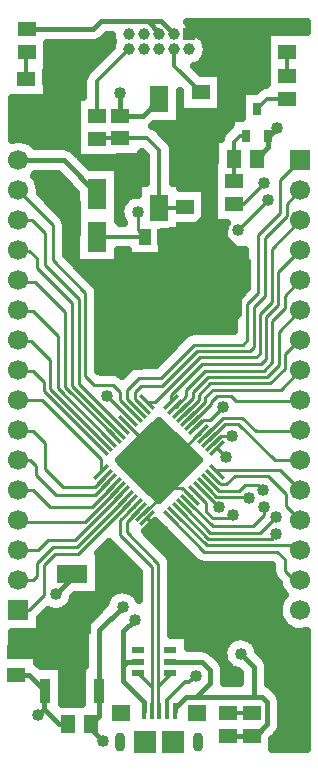
<source format=gbr>
%TF.GenerationSoftware,Novarm,DipTrace Beta,2.9.0.1*%
%TF.CreationDate,2015-11-14T18:18:53-04:00*%
%FSLAX35Y35*%
%MOMM*%
%TF.FileFunction,Copper,L1,Top*%
%TF.Part,Single*%
%AMOUTLINE0*
4,1,4,
0.45963,0.67177,
0.67177,0.45963,
-0.45963,-0.67177,
-0.67177,-0.45963,
0.45963,0.67177,
0*%
%AMOUTLINE3*
4,1,4,
-0.67177,0.45963,
-0.45963,0.67177,
0.67177,-0.45963,
0.45963,-0.67177,
-0.67177,0.45963,
0*%
%TA.AperFunction,Conductor,NotC*%
%ADD14C,0.4064*%
%ADD15C,0.3556*%
%ADD16C,0.254*%
%ADD17C,0.4*%
%TA.AperFunction,CopperBalancing*%
%ADD18C,0.635*%
%TA.AperFunction,SMDPad,CuDef*%
%ADD20R,2.6X1.6*%
%ADD21R,1.5X1.3*%
%ADD22R,1.6X2.6*%
%ADD23R,1.3X1.5*%
%TA.AperFunction,ComponentPad*%
%ADD25R,1.7X1.7*%
%ADD26C,1.7*%
%ADD27R,1.0X1.0*%
%ADD28C,1.0*%
%TA.AperFunction,SMDPad,CuDef*%
%ADD29R,1.9X1.9*%
%TA.AperFunction,ComponentPad*%
%ADD30O,0.9X1.6*%
%TA.AperFunction,SMDPad,CuDef*%
%ADD31R,1.6X1.4*%
%ADD32R,0.4X1.35*%
%ADD33R,1.0X1.35*%
%ADD36R,0.65X1.05*%
%ADD37R,1.6X2.2*%
%ADD38R,1.1X0.6*%
%ADD39R,0.95X2.15*%
%ADD40R,3.25X2.15*%
%TA.AperFunction,ViaPad*%
%ADD43C,1.016*%
%TA.AperFunction,SMDPad,CuDef*%
%ADD96OUTLINE0*%
%ADD99OUTLINE3*%
G75*
G01*
%LPD*%
X1609701Y1589927D2*
D14*
Y2169927D1*
X1137544Y1916554D2*
X1356327D1*
X1609701Y2169927D1*
X1968861Y2581341D2*
Y2529087D1*
X1609701Y2169927D1*
X2600201Y7146801D2*
X2852581D1*
X3238464D1*
X3279317Y7187654D1*
X3427434D1*
X3430781Y7191001D1*
X2565031Y5496454D2*
D15*
X2439761D1*
X2376114Y5432807D1*
X2699171Y6465761D2*
D14*
Y5835241D1*
X2749431Y5784981D1*
Y5634384D1*
X2634034Y5518987D1*
X2587564D1*
X2565031Y5496454D1*
X1907177Y4085087D2*
D16*
X2102247Y3890017D1*
X2565031Y5496454D2*
D14*
X2835201D1*
X3101721Y5229934D1*
Y5000417D1*
X3019141Y4917837D1*
Y4781264D1*
X2930207Y4692331D1*
X2558597D1*
X2193337Y4327071D1*
X2044091D1*
X2699171Y6465761D2*
X2984567D1*
X3052391Y6533584D1*
Y6946991D1*
X2852581Y7146801D1*
X1219951Y6582641D2*
Y6422444D1*
X1347617Y6294777D1*
X2376137Y2943007D2*
D16*
X2349221D1*
X2243667Y3048561D1*
X2848797Y3142234D2*
X2696217Y3294814D1*
Y3296047D1*
X1968861Y2581341D2*
D14*
Y2722791D1*
X1893584Y2798067D1*
X2208314Y3083917D2*
D16*
X2434014Y3309617D1*
Y3312504D1*
X2501914Y3380404D1*
Y3419641D1*
X2351594Y3569961D1*
X2066891Y3854664D1*
X2696217Y3783954D2*
Y3783161D1*
X2483017Y3569961D1*
X2351594D1*
X2625507Y3225337D2*
Y3226701D1*
X2542591Y3309617D1*
X2434014D1*
X2925924Y1208051D2*
D14*
X3128624D1*
X3129124Y1207551D1*
X1577547Y1304701D2*
X1499407D1*
X1371324Y1432784D1*
Y1581551D1*
X1379701Y1589927D1*
X1137544Y1726554D2*
X1243074D1*
X1379701Y1589927D1*
X3271587Y6286671D2*
Y6189477D1*
X3172274Y6090164D1*
X2018541Y6457961D2*
X2205481D1*
X2346201Y6598681D1*
X1226061Y7191001D2*
X1788717D1*
X1855894Y7258177D1*
X2249807D1*
X2361824D1*
X2473201Y7146801D1*
X2346201D2*
Y7161784D1*
X2249807Y7258177D1*
X2476201Y1419901D2*
D17*
Y1445937D1*
D14*
X2569677Y1539414D1*
X2656467D1*
X2775254Y1658201D1*
Y1766511D1*
X2710361Y1831404D1*
X2443134D1*
X2438914Y1835624D1*
X1152401Y6080001D2*
X1538361D1*
X1823214Y5795147D1*
X2351594Y3569961D2*
D16*
X2329421D1*
X1608861Y2581341D2*
D14*
Y2542884D1*
X1472671Y2406694D1*
X1371324Y1432784D2*
X1322344Y1383804D1*
X3129124Y1207551D2*
X3163014D1*
X3261781Y1306317D1*
Y1492687D1*
X3215054Y1539414D1*
X3148067D1*
X2656467D1*
X2018541Y6457961D2*
Y6651694D1*
X3271587Y6286671D2*
X3275837D1*
X3342644Y6353477D1*
X3148067Y1539414D2*
Y1792111D1*
X3037847Y1902331D1*
X2226114Y5432807D2*
D15*
X1825554D1*
X1823214Y5435147D1*
X2886817Y3991834D2*
D16*
X2779491Y3884511D1*
X2726064D1*
X2660861Y3819307D1*
X2166347Y5639847D2*
Y5492574D1*
X2226114Y5432807D1*
X2216201Y1419901D2*
D17*
Y1496097D1*
D14*
X2040777Y1671521D1*
Y1797997D1*
X2076571Y1833791D1*
X2167081D1*
X2168914Y1835624D1*
X2040777Y1797997D2*
Y2093287D1*
X2139714Y2192224D1*
X3081587Y6286671D2*
D15*
X3028177D1*
X2978851Y6237344D1*
Y6093587D1*
X2982274Y6090164D1*
Y5902071D1*
X2983097Y5901247D1*
X3430781Y6603241D2*
X3263157D1*
X3176587Y6516671D1*
X2018541Y6267961D2*
X1825501D1*
X1820421Y6262881D1*
X2018541Y6267961D2*
X2245027D1*
X2346477Y6166511D1*
Y5678957D1*
X2346201Y5678681D1*
X2557257D1*
X2565031Y5686454D1*
X3129124Y1397551D2*
X2926424D1*
X2925924Y1398051D1*
X2411201Y1419901D2*
Y1510064D1*
X2564837Y1663701D1*
X2602567D1*
X2656464Y1717597D1*
X2660861Y3260694D2*
D16*
Y3260391D1*
X2743997Y3177254D1*
Y3105951D1*
X2797754Y3052194D1*
X2951297D1*
X2975154Y3076051D1*
X1219951Y6772641D2*
D15*
Y6994891D1*
X1226061Y7001001D1*
X3430781D2*
Y6793241D1*
X2766927Y3713241D2*
D16*
X2903577Y3849891D1*
X3015487D1*
X3323537Y3541841D1*
X3538161D1*
X3540001Y3540001D1*
X2731574Y3748597D2*
Y3748707D1*
X2884487Y3901621D1*
X3050031D1*
X3166841Y3784811D1*
X3530811D1*
X3540001Y3794001D1*
X2554794Y3925374D2*
X2555267D1*
X2679837Y4049944D1*
Y4093464D1*
X2777494Y4191121D1*
X3282107D1*
X3408811Y4317824D1*
Y4438124D1*
X3521224Y4550537D1*
X3534537D1*
X3540001Y4556001D1*
X2519441Y3960731D2*
X2628377Y4069667D1*
Y4116544D1*
X2758614Y4246781D1*
X3255054D1*
X3357727Y4349454D1*
Y4627727D1*
X3540001Y4810001D1*
X2484084Y3996084D2*
X2485877D1*
X2571267Y4081474D1*
Y4135357D1*
X2735317Y4299407D1*
X3230361D1*
X3304481Y4373527D1*
Y4723411D1*
X3410811Y4829741D1*
Y4934811D1*
X3540001Y5064001D1*
X2448731Y4031441D2*
Y4092414D1*
X2711384Y4355067D1*
X3207491D1*
X3251234Y4398811D1*
Y4754767D1*
X3354407Y4857941D1*
Y5132407D1*
X3540001Y5318001D1*
X2243667Y4031441D2*
X2312947D1*
X2693247Y4411741D1*
X3168357D1*
X3197984Y4441367D1*
Y4778431D1*
X3301681Y4882127D1*
Y5333681D1*
X3540001Y5572001D1*
X2208314Y3996084D2*
X2140244Y4064154D1*
Y4118887D1*
X2190241Y4168884D1*
X2367764D1*
X2666271Y4467391D1*
X3112824D1*
X3145584Y4500151D1*
Y4836654D1*
X3239401Y4930471D1*
Y5421584D1*
X3424857Y5607041D1*
Y5710857D1*
X3540001Y5826001D1*
X2172957Y3960731D2*
X2069914Y4063774D1*
Y4136424D1*
X2172467Y4238977D1*
X2361751D1*
X2643811Y4521037D1*
X3054061D1*
X3089517Y4556494D1*
Y4860244D1*
X3184181Y4954907D1*
Y5451201D1*
X3370977Y5637997D1*
Y5910977D1*
X3540001Y6080001D1*
X2137604Y3925374D2*
X2011717Y4051261D1*
Y4118484D1*
X1951384Y4178817D1*
X1794917D1*
X1719177Y4254557D1*
Y4959291D1*
X1445494Y5232974D1*
Y5532907D1*
X1152401Y5826001D1*
X1960827Y3748597D2*
Y3750711D1*
X1551464Y4160074D1*
Y4799254D1*
X1296877Y5053841D1*
X1162561D1*
X1152401Y5064001D1*
X1925471Y3713241D2*
Y3715407D1*
X1487821Y4153057D1*
Y4593381D1*
X1279194Y4802007D1*
X1160394D1*
X1152401Y4810001D1*
X1890114Y3677887D2*
X1423441Y4144561D1*
Y4393464D1*
X1264527Y4552377D1*
X1156024D1*
X1152401Y4556001D1*
X1854761Y3642531D2*
X1372097Y4125194D1*
Y4203324D1*
X1275937Y4299484D1*
X1154917D1*
X1152401Y4302001D1*
X1854761Y3437471D2*
Y3551954D1*
X1353337Y4053377D1*
X1157777D1*
X1152401Y4048001D1*
X1890114Y3402114D2*
X1889091D1*
X1802387Y3315411D1*
X1530197D1*
X1378617Y3466991D1*
Y3687024D1*
X1274307Y3791334D1*
X1155067D1*
X1152401Y3794001D1*
X1925471Y3366761D2*
X1923821D1*
X1800757Y3243697D1*
X1471521D1*
X1302014Y3413204D1*
Y3493067D1*
X1254747Y3540334D1*
X1152734D1*
X1152401Y3540001D1*
X1960827Y3331404D2*
X1960121D1*
X1777937Y3149221D1*
X1419364D1*
X1280824Y3287761D1*
X1154161D1*
X1152401Y3286001D1*
X1996181Y3296047D2*
Y3294854D1*
X1720891Y3019564D1*
X1164837D1*
X1152401Y3032001D1*
X2031537Y3260694D2*
X1633101Y2862257D1*
X1403067D1*
X1319944Y2779134D1*
X1153534D1*
X1152401Y2778001D1*
X2066891Y3225337D2*
X1648397Y2806844D1*
X1443814D1*
X1311794Y2674824D1*
Y2557474D1*
X1279194Y2524874D1*
X1153274D1*
X1152401Y2524001D1*
X2102247Y3189984D2*
Y3189037D1*
X1660587Y2747377D1*
X1461531D1*
X1371094Y2656941D1*
Y2401054D1*
X1244964Y2274924D1*
X1157324D1*
X1152401Y2270001D1*
X2802284Y3402114D2*
Y3400324D1*
X2865567Y3337041D1*
X2914054D1*
X2984111Y3407097D1*
X3265647D1*
X3417324Y3255421D1*
Y3154677D1*
X3540001Y3032001D1*
X2837637Y3437471D2*
Y3460787D1*
X3365214D1*
X3540001Y3286001D1*
X2625507Y3854664D2*
X2626494D1*
X2786191Y4014361D1*
Y4030871D1*
X2839674Y4084354D1*
X2955991D1*
X3000521Y4039824D1*
X3531824D1*
X3540001Y4048001D1*
X2590151Y3890017D2*
X2735664Y4035531D1*
Y4073667D1*
X2801504Y4139507D1*
X3377507D1*
X3540001Y4302001D1*
X2031537Y3819307D2*
Y3821631D1*
X1665504Y4187664D1*
Y4905647D1*
X1377571Y5193581D1*
Y5467707D1*
X1273047Y5572231D1*
X1152631D1*
X1152401Y5572001D1*
X1996181Y3783954D2*
Y3784301D1*
X1609271Y4171211D1*
Y4875551D1*
X1312067Y5172754D1*
Y5249774D1*
X1248081Y5313761D1*
X1156641D1*
X1152401Y5318001D1*
X2448731Y3048561D2*
X2729624Y2767667D1*
X3346887D1*
X3412984Y2701571D1*
Y2607077D1*
X3489111Y2530951D1*
X3533051D1*
X3540001Y2524001D1*
X2484084Y3083917D2*
X2747701Y2820301D1*
X3497701D1*
X3540001Y2778001D1*
X2473201Y7019801D2*
D15*
Y6881731D1*
X2699171Y6655761D1*
X2731574Y3331404D2*
D16*
X2830884Y3232094D1*
X3121054D1*
X3131514Y3221634D1*
X3107894D1*
X2766927Y3366761D2*
X2767451D1*
X2850731Y3283481D1*
X3025757D1*
X3074084Y3331807D1*
X3184317D1*
X3228461Y3287664D1*
X2281201Y1419901D2*
X2284331D1*
Y1625177D1*
Y2638864D1*
X2016991Y2906204D1*
Y3034014D1*
X2137604Y3154627D1*
X2168914Y1740624D2*
Y1740594D1*
X2284331Y1625177D1*
X2172957Y3119271D2*
X2071711Y3018024D1*
Y2929974D1*
X2339454Y2662231D1*
Y1628444D1*
Y1413154D1*
X2346201Y1419901D1*
X2438914Y1740624D2*
Y1727904D1*
X2339454Y1628444D1*
X2519441Y3119271D2*
X2760664Y2878047D1*
X3300357D1*
X3337721Y2915411D1*
X1839701Y1589927D2*
D14*
Y1376854D1*
X1767547Y1304701D1*
X1839701Y1589927D2*
Y2103157D1*
X2037031Y2300487D1*
X1767547Y1304701D2*
Y1266031D1*
X1870774Y1162804D1*
X2914224Y3566584D2*
D16*
X2913584D1*
X2837637Y3642531D1*
X2966487Y3743247D2*
X2867644D1*
X2802284Y3677887D1*
X1820421Y6452881D2*
D15*
Y6748021D1*
X2092201Y7019801D1*
X2554794Y3154627D2*
D16*
X2780437Y2928984D1*
X3202974D1*
X3334461Y3060471D1*
X3268271Y5744444D2*
X3010971Y5487144D1*
X2590151Y3189984D2*
X2797897Y2982237D1*
X3137247D1*
X3231781Y3076771D1*
Y3148987D1*
X3232591Y5888404D2*
X3055434Y5711247D1*
X2983097D1*
D43*
X1907177Y4085087D3*
X2044091Y4327071D3*
X1347617Y6294777D3*
X2376137Y2943007D3*
X2848797Y3142234D3*
X1893584Y2798067D3*
X2329421Y3569961D3*
X1472671Y2406694D3*
X1322344Y1383804D3*
X2018541Y6651694D3*
X3342644Y6353477D3*
X2018541Y6651694D3*
D3*
X3037847Y1902331D3*
X2886817Y3991834D3*
X2166347Y5639847D3*
X2139714Y2192224D3*
X2656464Y1717597D3*
X2975154Y3076051D3*
X3107894Y3221634D3*
X3228461Y3287664D3*
X3337721Y2915411D3*
D3*
X2037031Y2300487D3*
X1870774Y1162804D3*
X2914224Y3566584D3*
X2966487Y3743247D3*
X3334461Y3060471D3*
X3268271Y5744444D3*
X3010971Y5487144D3*
X3231781Y3148987D3*
X3232591Y5888404D3*
X2297881Y3826084D2*
D18*
X2390354D1*
X2233387Y3762917D2*
X2452861D1*
X2169887Y3699751D2*
X2516361D1*
X2106387Y3636584D2*
X2579861D1*
X2042887Y3573417D2*
X2642367D1*
X2038921Y3510251D2*
X2646337D1*
X2103414Y3447084D2*
X2582837D1*
X2165921Y3383917D2*
X2520331D1*
X2229421Y3320751D2*
X2456831D1*
X2293914Y3257584D2*
X2393331D1*
X2345497Y3203201D2*
X2681597Y3540701D1*
X2344754Y3876124D1*
X2238571Y3774907D1*
X2201321Y3740804D1*
X2183284Y3724554D1*
X2167861Y3704197D1*
X2071377Y3608201D1*
X2004741Y3541167D1*
X2030511Y3512664D1*
X2136044Y3407431D1*
X2238571Y3305094D1*
X2308957Y3237437D1*
X2345874Y3202827D1*
X2620701Y7189044D2*
X3588281D1*
X1897394Y7125877D2*
X1939264D1*
X2709004D2*
X3251927D1*
X1405271Y7062711D2*
X1944227D1*
X2747701D2*
X3251927D1*
X1405271Y6999544D2*
X1902554D1*
X2752661D2*
X3251927D1*
X1405271Y6936377D2*
X1839054D1*
X2728847D2*
X3251927D1*
X1405271Y6873211D2*
X1775554D1*
X2651457D2*
X3251927D1*
X1399317Y6810044D2*
X1717014D1*
X2878667D2*
X3251927D1*
X1399317Y6746877D2*
X1698164D1*
X2878667D2*
X3251927D1*
X1399317Y6683711D2*
X1698164D1*
X2878667D2*
X3173547D1*
X1399317Y6620544D2*
X1698164D1*
X2878667D2*
X3039601D1*
X1104637Y6557377D2*
X1641607D1*
X2878667D2*
X3039601D1*
X1104637Y6494211D2*
X1641607D1*
X2878667D2*
X3039601D1*
X1104637Y6431044D2*
X1641607D1*
X2530411D2*
X2945344D1*
X1104637Y6367877D2*
X1641607D1*
X2309151D2*
X2939391D1*
X1104637Y6304711D2*
X1641607D1*
X2377614D2*
X2878867D1*
X1244534Y6241544D2*
X1641607D1*
X2441114D2*
X2813381D1*
X1609661Y6178377D2*
X1641607D1*
X2467901D2*
X2813381D1*
X2467901Y6115211D2*
X2813381D1*
X1739637Y6052044D2*
X2225014D1*
X2467901D2*
X2804451D1*
X2007527Y5988877D2*
X2225014D1*
X2467901D2*
X2804451D1*
X1312004Y5925711D2*
X1519571D1*
X2007527D2*
X2225014D1*
X2467901D2*
X2804451D1*
X1337801Y5862544D2*
X1582077D1*
X2007527D2*
X2162507D1*
X2530411D2*
X2804451D1*
X1341771Y5799377D2*
X1638631D1*
X2007527D2*
X2162507D1*
X2743731D2*
X2804451D1*
X1405271Y5736211D2*
X1638631D1*
X2007527D2*
X2046421D1*
X2743731D2*
X2804451D1*
X1467777Y5673044D2*
X1638631D1*
X2743731D2*
X2804451D1*
X1531277Y5609877D2*
X1638631D1*
X2743731D2*
X2804451D1*
X1561044Y5546711D2*
X1638631D1*
X2743731D2*
X2909624D1*
X1562034Y5483544D2*
X1638631D1*
X2530411D2*
X2888787D1*
X1562034Y5420377D2*
X1638631D1*
X2380591D2*
X2895734D1*
X1562034Y5357211D2*
X1638631D1*
X2380591D2*
X2939391D1*
X1562034Y5294044D2*
X1638631D1*
X2007527D2*
X2072217D1*
X2380591D2*
X3067381D1*
X2007527Y5230877D2*
X3067381D1*
X1673161Y5167711D2*
X3067381D1*
X1736661Y5104544D2*
X3067381D1*
X1800161Y5041377D2*
X3067381D1*
X1833894Y4978211D2*
X3044561D1*
X1835877Y4915044D2*
X2987014D1*
X1835877Y4851877D2*
X2973124D1*
X1835877Y4788711D2*
X2973124D1*
X1835877Y4725544D2*
X2973124D1*
X1835877Y4662377D2*
X2973124D1*
X1835877Y4599211D2*
X2559381D1*
X1835877Y4536044D2*
X2495881D1*
X1835877Y4472877D2*
X2433374D1*
X1835877Y4409711D2*
X2369874D1*
X1835877Y4346544D2*
X2140677D1*
X1993637Y4283377D2*
X2054357D1*
X2246644Y2956877D2*
X2374834D1*
X2270457Y2893711D2*
X2441311D1*
X2333957Y2830544D2*
X2503821D1*
X1842824Y2767377D2*
X1992844D1*
X2396464D2*
X2567321D1*
X1842824Y2704211D2*
X2056344D1*
X2448057D2*
X2630821D1*
X1842824Y2641044D2*
X2119844D1*
X2455997D2*
X3296577D1*
X1842824Y2577877D2*
X2167467D1*
X2455997D2*
X3300547D1*
X1842824Y2514711D2*
X2167467D1*
X2455997D2*
X3343211D1*
X1842824Y2451544D2*
X2167467D1*
X2455997D2*
X3366031D1*
X1627521Y2388377D2*
X1910491D1*
X2455997D2*
X3394804D1*
X1603707Y2325211D2*
X1883701D1*
X2455997D2*
X3359084D1*
X1394354Y2262044D2*
X1432387D1*
X1513417D2*
X1825164D1*
X2455997D2*
X3351147D1*
X1341771Y2198877D2*
X1761664D1*
X2455997D2*
X3365037D1*
X1341771Y2135711D2*
X1719991D1*
X2455997D2*
X3409687D1*
X1104637Y2072544D2*
X1715031D1*
X2455997D2*
X3588281D1*
X1104637Y2009377D2*
X1715031D1*
X2597877D2*
X2928477D1*
X3147551D2*
X3588281D1*
X1104637Y1946211D2*
X1715031D1*
X2744724D2*
X2889781D1*
X3186247D2*
X3588281D1*
X1316964Y1883044D2*
X1715031D1*
X2832034D2*
X2883827D1*
X3230894D2*
X3588281D1*
X1321927Y1819877D2*
X1715031D1*
X3269591D2*
X3588281D1*
X1531277Y1756711D2*
X1688241D1*
X2899504D2*
X3001897D1*
X3272567D2*
X3588281D1*
X1531277Y1693544D2*
X1688241D1*
X2899504D2*
X3023727D1*
X3272567D2*
X3588281D1*
X1531277Y1630377D2*
X1688241D1*
X3296377D2*
X3588281D1*
X1531277Y1567211D2*
X1688241D1*
X3359877D2*
X3588281D1*
X1531277Y1504044D2*
X1688241D1*
X3385677D2*
X3588281D1*
X3386667Y1440877D2*
X3588281D1*
X3386667Y1377711D2*
X3588281D1*
X3386667Y1314544D2*
X3588281D1*
X3372777Y1251377D2*
X3588281D1*
X3317214Y1188211D2*
X3588281D1*
X3308284Y1125044D2*
X3588281D1*
X1828687Y2759131D2*
X1836651D1*
Y2403551D1*
X1637221D1*
X1620114Y2387104D1*
X1607897Y2345111D1*
X1591764Y2317834D1*
X1570211Y2294601D1*
X1544224Y2276467D1*
X1514981Y2264254D1*
X1483814Y2258524D1*
X1452141Y2259531D1*
X1421401Y2267231D1*
X1402757Y2276444D1*
X1335277Y2208981D1*
X1335191Y2087211D1*
X1098057D1*
X1097791Y1889437D1*
X1310334Y1889344D1*
Y1822867D1*
X1341324Y1795337D1*
X1524991Y1795217D1*
Y1476724D1*
X1695047Y1477491D1*
X1694411Y1702137D1*
Y1795217D1*
X1721201D1*
X1721591Y2103157D1*
X1725831Y2134527D1*
X1742274Y2169924D1*
X1778634Y2209124D1*
X1890187Y2320677D1*
X1894114Y2341154D1*
X1905987Y2370534D1*
X1923821Y2396731D1*
X1946804Y2418547D1*
X1973891Y2434994D1*
X2003847Y2445324D1*
X2035317Y2449067D1*
X2066864Y2446051D1*
X2097051Y2436414D1*
X2124511Y2420597D1*
X2147991Y2399314D1*
X2166424Y2373537D1*
X2173874Y2356261D1*
X2173841Y2592561D1*
X1938271Y2828867D1*
X1922711Y2848851D1*
X1910967Y2841501D1*
X1828884Y2759417D1*
X2001004Y5316664D2*
Y5207357D1*
X1645424D1*
X1646417Y5662937D1*
X1645424Y5806474D1*
X1489234Y5962094D1*
X1291307Y5961891D1*
X1289231Y5947201D1*
X1308121Y5921731D1*
X1322321Y5893377D1*
X1331407Y5862997D1*
X1335191Y5826001D1*
X1333041Y5801321D1*
X1523621Y5611034D1*
X1542561Y5585691D1*
X1552037Y5562167D1*
X1555984Y5532907D1*
Y5277914D1*
X1797304Y5037417D1*
X1816244Y5012074D1*
X1825721Y4988551D1*
X1829667Y4959291D1*
Y4299487D1*
X1858417Y4289307D1*
X1951384D1*
X1982697Y4284777D1*
X2006031Y4274847D1*
X2031617Y4254841D1*
X2094341Y4317107D1*
X2119687Y4336047D1*
X2143204Y4345521D1*
X2172467Y4349467D1*
X2316334D1*
X2565681Y4599164D1*
X2591027Y4618104D1*
X2614547Y4627581D1*
X2643811Y4631527D1*
X2978177D1*
X2979027Y4842244D1*
Y4860247D1*
X2983557Y4891561D1*
X2993487Y4914897D1*
X3011391Y4938377D1*
X3073831Y5000817D1*
X3073691Y5324994D1*
X3053961Y5321287D1*
X3022287Y5322294D1*
X2991547Y5329994D1*
X2963141Y5344037D1*
X2938357Y5363784D1*
X2918324Y5388337D1*
X2903954Y5416584D1*
X2895897Y5447231D1*
X2894527Y5478891D1*
X2899901Y5510124D1*
X2911774Y5539504D1*
X2917904Y5548507D1*
X2810307Y5548457D1*
X2811301Y5874037D1*
X2810307Y6055957D1*
Y6064037D1*
X2819237D1*
X2819484Y6262954D1*
X2866117D1*
X2880917Y6298461D1*
X2897134Y6319067D1*
X2946324Y6368254D1*
X2951297Y6390381D1*
Y6436961D1*
X3045554D1*
X3046297Y6666961D1*
X3164367D1*
X3181437Y6684961D1*
X3206671Y6704067D1*
X3237124Y6715707D1*
X3249797Y6718011D1*
X3257991Y6726201D1*
X3258984Y6766031D1*
X3257991Y6947951D1*
X3258984Y6956031D1*
X3257991Y7060461D1*
Y7163791D1*
X3593917D1*
X3594611Y7252331D1*
X2577617Y7252211D1*
X2604104Y7215404D1*
X2615721Y7185921D1*
X2618724Y7167347D1*
X2663627Y7153287D1*
X2690627Y7136697D1*
X2713467Y7114734D1*
X2731104Y7088404D1*
X2742721Y7058921D1*
X2747991Y7019801D1*
X2744594Y6988294D1*
X2734557Y6958237D1*
X2718344Y6931011D1*
X2696701Y6907864D1*
X2670617Y6889864D1*
X2640324Y6877667D1*
X2700147Y6818224D1*
X2871961Y6818551D1*
Y6492971D1*
X2526381D1*
Y6664617D1*
X2523991Y6615971D1*
Y6390891D1*
X2304717D1*
X2289184Y6374631D1*
X2316407Y6358851D1*
X2428197Y6248234D1*
X2447301Y6222997D1*
X2458944Y6192544D1*
X2462047Y6166511D1*
Y5885721D1*
X2523991Y5886471D1*
Y5849761D1*
X2737821Y5849244D1*
Y5523664D1*
X2524501D1*
X2523991Y5470891D1*
X2374171D1*
X2373904Y5267517D1*
X2078324D1*
Y5318117D1*
X2000887Y5317237D1*
X1761511Y6022937D2*
X2001004D1*
X2000011Y5567357D1*
X2016054Y5548377D1*
X2048797D1*
X2027484Y5586974D1*
X2019427Y5617621D1*
X2018057Y5649281D1*
X2023431Y5680514D1*
X2035304Y5709894D1*
X2053137Y5736091D1*
X2076121Y5757907D1*
X2103207Y5774354D1*
X2133164Y5784684D1*
X2167591Y5788144D1*
X2168411Y5886471D1*
X2230917D1*
X2230907Y6118497D1*
X2196704Y6152841D1*
X2191331Y6145001D1*
Y6105171D1*
X1993884D1*
X1993211Y6100091D1*
X1684641D1*
X1762894Y6022501D1*
X3301914Y1178847D2*
Y1097487D1*
X3595127Y1097791D1*
X3594611Y2094941D1*
X3541377Y2087217D1*
X3509767Y2089727D1*
X3479064Y2097667D1*
X3450197Y2110791D1*
X3424034Y2128707D1*
X3401361Y2150874D1*
X3382857Y2176627D1*
X3369087Y2205191D1*
X3360457Y2235704D1*
X3357231Y2267251D1*
X3359507Y2298877D1*
X3367214Y2329637D1*
X3380121Y2358601D1*
X3397837Y2384901D1*
X3409524Y2397034D1*
X3382857Y2430627D1*
X3369087Y2459191D1*
X3360457Y2489704D1*
X3358944Y2504491D1*
X3334857Y2528951D1*
X3315917Y2554294D1*
X3306441Y2577817D1*
X3302494Y2607077D1*
Y2655694D1*
X3219887Y2657177D1*
X2729624D1*
X2698311Y2661707D1*
X2674977Y2671637D1*
X2651497Y2689541D1*
X2435347Y2903737D1*
X2335744Y3002037D1*
X2311827Y3026177D1*
X2254834Y2970931D1*
X2226324Y2942861D1*
X2239641Y2918301D1*
X2417581Y2740357D1*
X2436521Y2715014D1*
X2445997Y2691491D1*
X2449944Y2662231D1*
Y2057987D1*
X2591704Y2058414D1*
Y1950264D1*
X2710361Y1949514D1*
X2741731Y1945274D1*
X2777127Y1928831D1*
X2816327Y1892471D1*
X2858771Y1850027D1*
X2877954Y1824847D1*
X2891357Y1788191D1*
X2893364Y1734761D1*
X2893231Y1657221D1*
X3030521Y1657524D1*
X3029957Y1742814D1*
X3017317Y1755167D1*
X2986577Y1762867D1*
X2958171Y1776911D1*
X2933387Y1796657D1*
X2913354Y1821211D1*
X2898984Y1849457D1*
X2890927Y1880104D1*
X2889557Y1911764D1*
X2894931Y1942997D1*
X2906804Y1972377D1*
X2924637Y1998574D1*
X2947621Y2020391D1*
X2974707Y2036837D1*
X3004664Y2047167D1*
X3036134Y2050911D1*
X3067681Y2047894D1*
X3097867Y2038257D1*
X3125327Y2022441D1*
X3148807Y2001157D1*
X3167241Y1975381D1*
X3179787Y1946281D1*
X3184547Y1921987D1*
X3231584Y1875627D1*
X3250767Y1850447D1*
X3264171Y1813791D1*
X3266177Y1760361D1*
Y1646261D1*
X3281821Y1636841D1*
X3321021Y1600481D1*
X3345297Y1576204D1*
X3364477Y1551024D1*
X3377884Y1514367D1*
X3379891Y1460937D1*
Y1306317D1*
X3375647Y1274947D1*
X3359207Y1239551D1*
X3322847Y1200351D1*
X3302501Y1180004D1*
X1398851Y7027861D2*
Y6838211D1*
X1391907D1*
X1392741Y6609851D1*
X1098061D1*
X1097791Y6255061D1*
X1148274Y6262744D1*
X1179917Y6260707D1*
X1210734Y6253234D1*
X1239794Y6240544D1*
X1266227Y6223024D1*
X1291004Y6198814D1*
X1538361Y6198111D1*
X1569731Y6193871D1*
X1605127Y6177427D1*
X1647837Y6137557D1*
X1648624Y6425671D1*
X1647631Y6607591D1*
Y6615671D1*
X1704187D1*
X1704851Y6748021D1*
X1709184Y6779374D1*
X1722487Y6809137D1*
X1738701Y6829741D1*
X1945667Y7036707D1*
X1950827Y7062871D1*
X1958984Y7082001D1*
X1945734Y7127064D1*
X1945394Y7139934D1*
X1905517Y7140067D1*
X1872234Y7107484D1*
X1847054Y7088304D1*
X1810397Y7074897D1*
X1756967Y7072891D1*
X1398787D1*
X1397857Y7028211D1*
D20*
X1968861Y2581341D3*
X1608861D3*
D22*
X1823214Y5435147D3*
Y5795147D3*
D21*
X2018541Y6267961D3*
Y6457961D3*
X3129124Y1207551D3*
Y1397551D3*
D23*
X1767547Y1304701D3*
X1577547D3*
D21*
X1137544Y1916554D3*
Y1726554D3*
X1226061Y7001001D3*
Y7191001D3*
X3430781D3*
Y7001001D3*
D25*
X1152401Y2270001D3*
D26*
Y2524001D3*
Y2778001D3*
Y3032001D3*
Y3286001D3*
Y3540001D3*
Y3794001D3*
Y4048001D3*
Y4302001D3*
Y4556001D3*
Y4810001D3*
Y5064001D3*
Y5318001D3*
Y5572001D3*
Y5826001D3*
Y6080001D3*
D27*
X2600201Y7146801D3*
D28*
X2473201D3*
X2346201D3*
X2219201D3*
X2092201D3*
X2600201Y7019801D3*
X2473201D3*
X2346201D3*
X2219201D3*
X2092201D3*
D25*
X3540001Y6080001D3*
D26*
Y5826001D3*
Y5572001D3*
Y5318001D3*
Y5064001D3*
Y4810001D3*
Y4556001D3*
Y4302001D3*
Y4048001D3*
Y3794001D3*
Y3540001D3*
Y3286001D3*
Y3032001D3*
Y2778001D3*
Y2524001D3*
Y2270001D3*
D29*
X2466201Y1152401D3*
X2226201D3*
D30*
X2016201D3*
X2676201D3*
D31*
X2026201Y1397401D3*
X2666201D3*
D32*
X2216201Y1419901D3*
X2281201D3*
X2346201D3*
X2411201D3*
X2476201D3*
D33*
X2376114Y5432807D3*
X2226114D3*
D36*
X3081587Y6286671D3*
X3271587D3*
X3176587Y6516671D3*
D21*
X2699171Y6655761D3*
Y6465761D3*
X2565031Y5686454D3*
Y5496454D3*
X1820421Y6262881D3*
Y6452881D3*
X2925924Y1398051D3*
Y1208051D3*
X1219951Y6582641D3*
Y6772641D3*
X3430781Y6603241D3*
Y6793241D3*
X2983097Y5711247D3*
Y5901247D3*
D23*
X3172274Y6090164D3*
X2982274D3*
D37*
X2346201Y5678681D3*
Y6598681D3*
D96*
X2837636Y3642531D3*
X2802283Y3677887D3*
X2766926Y3713241D3*
X2731573Y3748597D3*
X2696216Y3783954D3*
X2660860Y3819307D3*
X2625506Y3854664D3*
X2590150Y3890017D3*
X2554793Y3925374D3*
X2519440Y3960731D3*
X2484083Y3996084D3*
X2448730Y4031441D3*
D99*
X2243666D3*
X2208313Y3996084D3*
X2172956Y3960731D3*
X2137603Y3925374D3*
X2102246Y3890017D3*
X2066890Y3854664D3*
X2031536Y3819307D3*
X1996180Y3783954D3*
X1960826Y3748597D3*
X1925470Y3713241D3*
X1890113Y3677887D3*
X1854760Y3642531D3*
D96*
Y3437471D3*
X1890113Y3402114D3*
X1925470Y3366761D3*
X1960826Y3331404D3*
X1996180Y3296047D3*
X2031536Y3260694D3*
X2066890Y3225337D3*
X2102246Y3189984D3*
X2137603Y3154627D3*
X2172956Y3119271D3*
X2208313Y3083917D3*
X2243666Y3048561D3*
D99*
X2448730D3*
X2484083Y3083917D3*
X2519440Y3119271D3*
X2554793Y3154627D3*
X2590150Y3189984D3*
X2625506Y3225337D3*
X2660860Y3260694D3*
X2696216Y3296047D3*
X2731573Y3331404D3*
X2766926Y3366761D3*
X2802283Y3402114D3*
X2837636Y3437471D3*
D38*
X2438914Y1740624D3*
Y1835624D3*
Y1930624D3*
X2168914D3*
Y1835624D3*
Y1740624D3*
D39*
X1379701Y1589927D3*
X1609701D3*
X1839701D3*
D40*
X1609701Y2169927D3*
M02*

</source>
